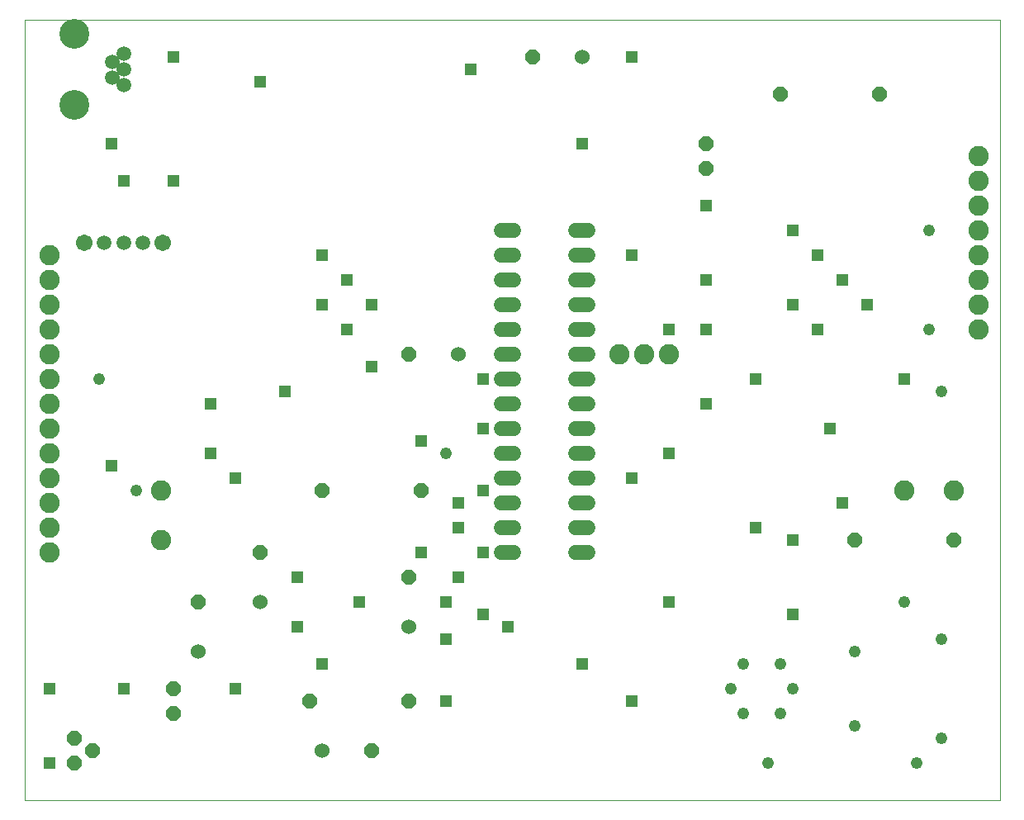
<source format=gbs>
G75*
%MOIN*%
%OFA0B0*%
%FSLAX25Y25*%
%IPPOS*%
%LPD*%
%AMOC8*
5,1,8,0,0,1.08239X$1,22.5*
%
%ADD10C,0.00000*%
%ADD11C,0.06000*%
%ADD12OC8,0.06000*%
%ADD13C,0.05950*%
%ADD14C,0.12020*%
%ADD15C,0.08200*%
%ADD16C,0.06000*%
%ADD17C,0.06737*%
%ADD18R,0.04762X0.04762*%
%ADD19C,0.04762*%
D10*
X0001800Y0027394D02*
X0001800Y0342355D01*
X0395501Y0342355D01*
X0395501Y0027394D01*
X0001800Y0027394D01*
D11*
X0071800Y0087394D03*
X0096800Y0107394D03*
X0156800Y0097394D03*
X0121800Y0047394D03*
X0176800Y0207394D03*
X0226800Y0327394D03*
D12*
X0206800Y0327394D03*
X0276800Y0292394D03*
X0276800Y0282394D03*
X0306800Y0312394D03*
X0346800Y0312394D03*
X0161800Y0152394D03*
X0156800Y0117394D03*
X0121800Y0152394D03*
X0096800Y0127394D03*
X0071800Y0107394D03*
X0061800Y0072394D03*
X0061800Y0062394D03*
X0029300Y0047394D03*
X0021800Y0042394D03*
X0021800Y0052394D03*
X0116800Y0067394D03*
X0141800Y0047394D03*
X0156800Y0067394D03*
X0156800Y0207394D03*
X0336800Y0132394D03*
X0376800Y0132394D03*
D13*
X0049674Y0252394D03*
X0041800Y0252394D03*
X0033926Y0252394D03*
X0041879Y0316095D03*
X0037154Y0319245D03*
X0041879Y0322394D03*
X0037154Y0325544D03*
X0041879Y0328693D03*
D14*
X0021800Y0336764D03*
X0021800Y0308024D03*
D15*
X0011800Y0247394D03*
X0011800Y0237394D03*
X0011800Y0227394D03*
X0011800Y0217394D03*
X0011800Y0207394D03*
X0011800Y0197394D03*
X0011800Y0187394D03*
X0011800Y0177394D03*
X0011800Y0167394D03*
X0011800Y0157394D03*
X0011800Y0147394D03*
X0011800Y0137394D03*
X0011800Y0127394D03*
X0056800Y0132394D03*
X0056800Y0152394D03*
X0241800Y0207394D03*
X0251800Y0207394D03*
X0261800Y0207394D03*
X0356800Y0152394D03*
X0376800Y0152394D03*
X0386800Y0217394D03*
X0386800Y0227394D03*
X0386800Y0237394D03*
X0386800Y0247394D03*
X0386800Y0257394D03*
X0386800Y0267394D03*
X0386800Y0277394D03*
X0386800Y0287394D03*
D16*
X0229400Y0257394D02*
X0224200Y0257394D01*
X0224200Y0247394D02*
X0229400Y0247394D01*
X0229400Y0237394D02*
X0224200Y0237394D01*
X0224200Y0227394D02*
X0229400Y0227394D01*
X0229400Y0217394D02*
X0224200Y0217394D01*
X0224200Y0207394D02*
X0229400Y0207394D01*
X0229400Y0197394D02*
X0224200Y0197394D01*
X0224200Y0187394D02*
X0229400Y0187394D01*
X0229400Y0177394D02*
X0224200Y0177394D01*
X0224200Y0167394D02*
X0229400Y0167394D01*
X0229400Y0157394D02*
X0224200Y0157394D01*
X0224200Y0147394D02*
X0229400Y0147394D01*
X0229400Y0137394D02*
X0224200Y0137394D01*
X0224200Y0127394D02*
X0229400Y0127394D01*
X0199400Y0127394D02*
X0194200Y0127394D01*
X0194200Y0137394D02*
X0199400Y0137394D01*
X0199400Y0147394D02*
X0194200Y0147394D01*
X0194200Y0157394D02*
X0199400Y0157394D01*
X0199400Y0167394D02*
X0194200Y0167394D01*
X0194200Y0177394D02*
X0199400Y0177394D01*
X0199400Y0187394D02*
X0194200Y0187394D01*
X0194200Y0197394D02*
X0199400Y0197394D01*
X0199400Y0207394D02*
X0194200Y0207394D01*
X0194200Y0217394D02*
X0199400Y0217394D01*
X0199400Y0227394D02*
X0194200Y0227394D01*
X0194200Y0237394D02*
X0199400Y0237394D01*
X0199400Y0247394D02*
X0194200Y0247394D01*
X0194200Y0257394D02*
X0199400Y0257394D01*
D17*
X0057548Y0252394D03*
X0026052Y0252394D03*
D18*
X0041800Y0277394D03*
X0036800Y0292394D03*
X0061800Y0277394D03*
X0096800Y0317394D03*
X0061800Y0327394D03*
X0121800Y0247394D03*
X0131800Y0237394D03*
X0141800Y0227394D03*
X0131800Y0217394D03*
X0121800Y0227394D03*
X0141800Y0202394D03*
X0161800Y0172394D03*
X0186800Y0177394D03*
X0186800Y0197394D03*
X0186800Y0152394D03*
X0176800Y0147394D03*
X0176800Y0137394D03*
X0186800Y0127394D03*
X0176800Y0117394D03*
X0171800Y0107394D03*
X0186800Y0102394D03*
X0196800Y0097394D03*
X0171800Y0092394D03*
X0171800Y0067394D03*
X0136800Y0107394D03*
X0111800Y0097394D03*
X0121800Y0082394D03*
X0086800Y0072394D03*
X0041800Y0072394D03*
X0011800Y0072394D03*
X0011800Y0042394D03*
X0111800Y0117394D03*
X0086800Y0157394D03*
X0076800Y0167394D03*
X0076800Y0187394D03*
X0106800Y0192394D03*
X0036800Y0162394D03*
X0161800Y0127394D03*
X0226800Y0082394D03*
X0246800Y0067394D03*
X0261800Y0107394D03*
X0296800Y0137394D03*
X0311800Y0132394D03*
X0331800Y0147394D03*
X0326800Y0177394D03*
X0296800Y0197394D03*
X0276800Y0187394D03*
X0261800Y0167394D03*
X0246800Y0157394D03*
X0311800Y0102394D03*
X0356800Y0197394D03*
X0341800Y0227394D03*
X0331800Y0237394D03*
X0321800Y0247394D03*
X0311800Y0257394D03*
X0311800Y0227394D03*
X0321800Y0217394D03*
X0276800Y0217394D03*
X0261800Y0217394D03*
X0276800Y0237394D03*
X0246800Y0247394D03*
X0276800Y0267394D03*
X0226800Y0292394D03*
X0246800Y0327394D03*
X0181800Y0322394D03*
D19*
X0031800Y0197394D03*
X0046800Y0152394D03*
X0171800Y0167394D03*
X0286800Y0072394D03*
X0291800Y0082394D03*
X0306800Y0082394D03*
X0311800Y0072394D03*
X0306800Y0062394D03*
X0291800Y0062394D03*
X0301800Y0042394D03*
X0336800Y0057394D03*
X0361800Y0042394D03*
X0371800Y0052394D03*
X0336800Y0087394D03*
X0356800Y0107394D03*
X0371800Y0092394D03*
X0371800Y0192394D03*
X0366800Y0217394D03*
X0366800Y0257394D03*
M02*

</source>
